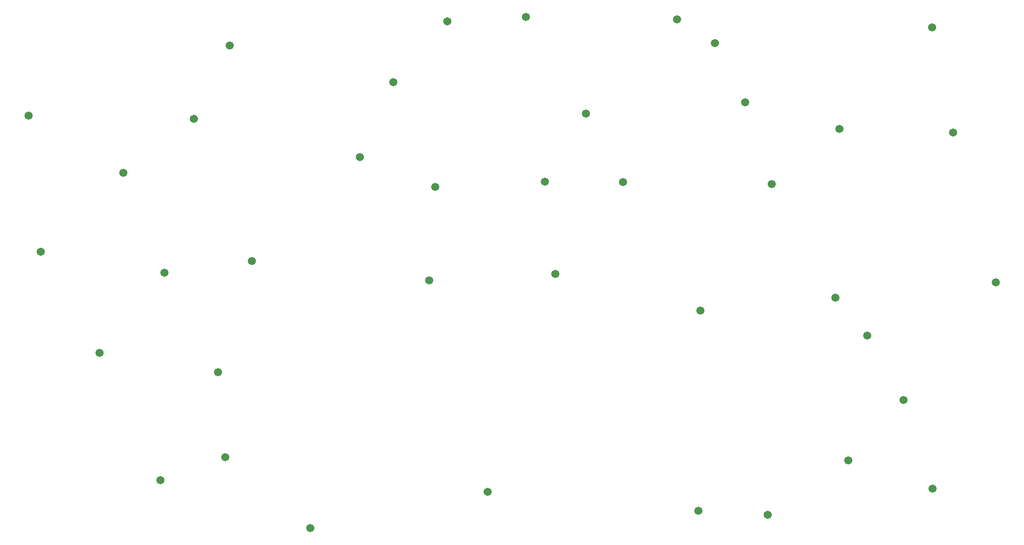
<source format=gbr>
G04 DipTrace 3.0.0.2*
G04 BottomMask.gbr*
%MOMM*%
G04 #@! TF.FileFunction,Soldermask,Bot*
G04 #@! TF.Part,Single*
%ADD53C,1.704*%
%FSLAX35Y35*%
G04*
G71*
G90*
G75*
G01*
G04 BotMask*
%LPD*%
D53*
X7198800Y1603800D3*
X19666800Y4297800D3*
X4137300Y6970800D3*
X20275800Y2428800D3*
X18903300Y5644800D3*
X21600300Y6762300D3*
X15400800Y6171300D3*
X16899300Y8829300D3*
X16338300Y10549800D3*
X20707800Y9916800D3*
X20263800Y12123300D3*
X15705300Y11796300D3*
X13771800Y8877300D3*
X12994800Y10311300D3*
X8241300Y9396300D3*
X12126300Y8886300D3*
X9829800Y8776800D3*
X9697800Y6807300D3*
X12351300Y6942300D3*
X5977800Y7216800D3*
X5262300Y4881300D3*
X10927800Y2362800D3*
X15351300Y1965300D3*
X16809300Y1878300D3*
X18504300Y3019800D3*
X8943300Y10974300D3*
X5506800Y11748300D3*
X3271800Y9070800D3*
X4756800Y10201800D3*
X14905800Y12291300D3*
X11730300Y12342300D3*
X10078800Y12253800D3*
X2769300Y5287800D3*
X1279800Y10267800D3*
X18229800Y6447300D3*
X4054800Y2605800D3*
X5415300Y3093300D3*
X1533300Y7407300D3*
X18319800Y9993300D3*
M02*

</source>
